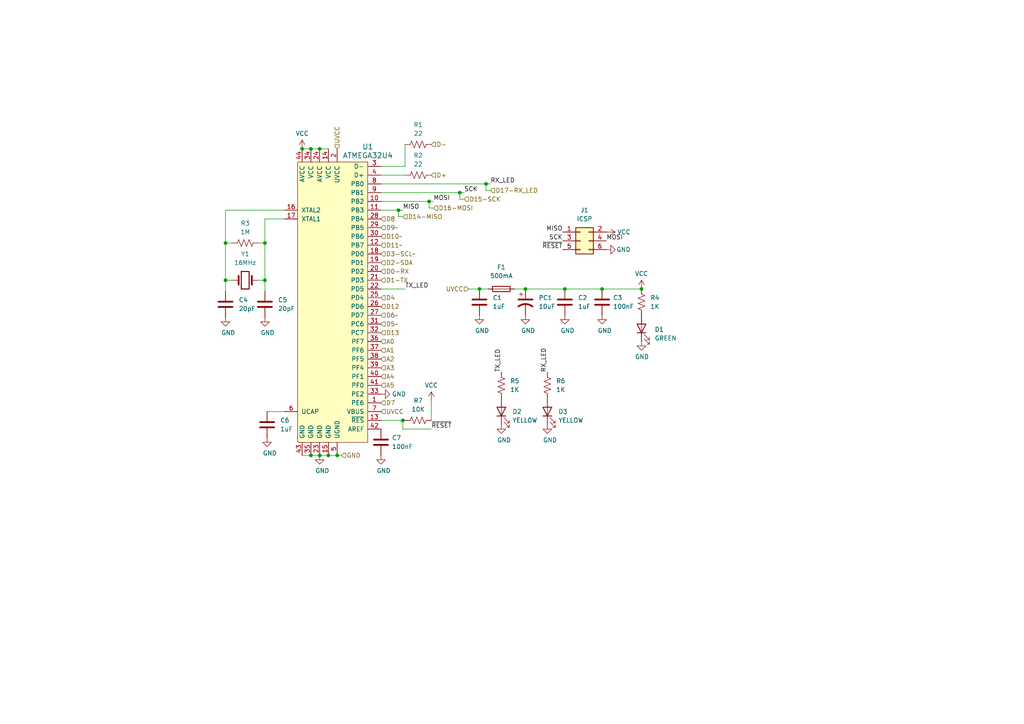
<source format=kicad_sch>
(kicad_sch (version 20230121) (generator eeschema)
  (paper "A4")
  (lib_symbols
    (symbol "Connector_Generic:Conn_02x03_Odd_Even" (pin_names (offset 1.016) hide)
      (property "Reference" "J" (at 1.27 5.08 0))
      (property "Value" "Conn_02x03_Odd_Even" (at 1.27 -5.08 0))
      (symbol "Conn_02x03_Odd_Even_1_1"
        (rectangle (start -1.27 -2.413) (end 0 -2.667) (stroke (width 0.1524)))
        (rectangle (start -1.27 0.127) (end 0 -0.127) (stroke (width 0.1524)))
        (rectangle (start -1.27 2.667) (end 0 2.413) (stroke (width 0.1524)))
        (rectangle (start -1.27 3.81) (end 3.81 -3.81) (stroke (width 0.254)) (fill (type background)))
        (rectangle (start 3.81 -2.413) (end 2.54 -2.667) (stroke (width 0.1524)))
        (rectangle (start 3.81 0.127) (end 2.54 -0.127) (stroke (width 0.1524)))
        (rectangle (start 3.81 2.667) (end 2.54 2.413) (stroke (width 0.1524)))
        (pin passive line (at -5.08 2.54 0) (length 3.81) (name "Pin_1") (number "1"))
        (pin passive line (at 7.62 2.54 180) (length 3.81) (name "Pin_2") (number "2"))
        (pin passive line (at -5.08 0 0) (length 3.81) (name "Pin_3") (number "3"))
        (pin passive line (at 7.62 0 180) (length 3.81) (name "Pin_4") (number "4"))
        (pin passive line (at -5.08 -2.54 0) (length 3.81) (name "Pin_5") (number "5"))
        (pin passive line (at 7.62 -2.54 180) (length 3.81) (name "Pin_6") (number "6"))
      )
    )
    (symbol "Device:C" (pin_numbers hide) (pin_names (offset 0.254))
      (property "Reference" "C" (at 0.635 2.54 0))
      (property "Value" "C" (at 0.635 -2.54 0))
      (symbol "C_0_1"
        (polyline (pts (xy -2.032 -0.762) (xy 2.032 -0.762)) (stroke (width 0.508)))
        (polyline (pts (xy -2.032 0.762) (xy 2.032 0.762)) (stroke (width 0.508)))
      )
      (symbol "C_1_1"
        (pin passive line (at 0 3.81 270) (length 2.794) (name "~") (number "1"))
        (pin passive line (at 0 -3.81 90) (length 2.794) (name "~") (number "2"))
      )
    )
    (symbol "Device:C_Polarized_US" (pin_numbers hide) (pin_names (offset 0.254) hide)
      (property "Reference" "C" (at 0.635 2.54 0))
      (property "Value" "C_Polarized_US" (at 0.635 -2.54 0))
      (symbol "C_Polarized_US_0_1"
        (polyline (pts (xy -2.032 0.762) (xy 2.032 0.762)) (stroke (width 0.508)))
        (polyline (pts (xy -1.778 2.286) (xy -0.762 2.286)))
        (polyline (pts (xy -1.27 1.778) (xy -1.27 2.794)))
        (arc (start 2.032 -1.27) (mid 0 -0.5572) (end -2.032 -1.27) (stroke (width 0.508)))
      )
      (symbol "C_Polarized_US_1_1"
        (pin passive line (at 0 3.81 270) (length 2.794) (name "~") (number "1"))
        (pin passive line (at 0 -3.81 90) (length 3.302) (name "~") (number "2"))
      )
    )
    (symbol "Device:Crystal" (pin_numbers hide) (pin_names (offset 1.016) hide)
      (property "Reference" "Y" (at 0 3.81 0))
      (property "Value" "Crystal" (at 0 -3.81 0))
      (symbol "Crystal_0_1"
        (rectangle (start -1.143 2.54) (end 1.143 -2.54) (stroke (width 0.3048)))
        (polyline (pts (xy -2.54 0) (xy -1.905 0)))
        (polyline (pts (xy -1.905 -1.27) (xy -1.905 1.27)) (stroke (width 0.508)))
        (polyline (pts (xy 1.905 -1.27) (xy 1.905 1.27)) (stroke (width 0.508)))
        (polyline (pts (xy 2.54 0) (xy 1.905 0)))
      )
      (symbol "Crystal_1_1"
        (pin passive line (at -3.81 0 0) (length 1.27) (name "1") (number "1"))
        (pin passive line (at 3.81 0 180) (length 1.27) (name "2") (number "2"))
      )
    )
    (symbol "Device:Fuse" (pin_numbers hide) (pin_names (offset 0))
      (property "Reference" "F" (at 2.032 0 90))
      (property "Value" "Fuse" (at -1.905 0 90))
      (symbol "Fuse_0_1"
        (rectangle (start -0.762 -2.54) (end 0.762 2.54) (stroke (width 0.254)))
        (polyline (pts (xy 0 2.54) (xy 0 -2.54)))
      )
      (symbol "Fuse_1_1"
        (pin passive line (at 0 3.81 270) (length 1.27) (name "~") (number "1"))
        (pin passive line (at 0 -3.81 90) (length 1.27) (name "~") (number "2"))
      )
    )
    (symbol "Device:LED" (pin_numbers hide) (pin_names (offset 1.016) hide)
      (property "Reference" "D" (at 0 2.54 0))
      (property "Value" "LED" (at 0 -2.54 0))
      (symbol "LED_0_1"
        (polyline (pts (xy -1.27 -1.27) (xy -1.27 1.27)) (stroke (width 0.254)))
        (polyline (pts (xy -1.27 0) (xy 1.27 0)))
        (polyline (pts (xy 1.27 -1.27) (xy 1.27 1.27) (xy -1.27 0) (xy 1.27 -1.27)) (stroke (width 0.254)))
        (polyline (pts (xy -3.048 -0.762) (xy -4.572 -2.286) (xy -3.81 -2.286) (xy -4.572 -2.286) (xy -4.572 -1.524)))
        (polyline (pts (xy -1.778 -0.762) (xy -3.302 -2.286) (xy -2.54 -2.286) (xy -3.302 -2.286) (xy -3.302 -1.524)))
      )
      (symbol "LED_1_1"
        (pin passive line (at -3.81 0 0) (length 2.54) (name "K") (number "1"))
        (pin passive line (at 3.81 0 180) (length 2.54) (name "A") (number "2"))
      )
    )
    (symbol "Device:R_US" (pin_numbers hide) (pin_names (offset 0))
      (property "Reference" "R" (at 2.54 0 90))
      (property "Value" "R_US" (at -2.54 0 90))
      (symbol "R_US_0_1"
        (polyline (pts (xy 0 -2.286) (xy 0 -2.54)))
        (polyline (pts (xy 0 2.286) (xy 0 2.54)))
        (polyline (pts (xy 0 -0.762) (xy 1.016 -1.143) (xy 0 -1.524) (xy -1.016 -1.905) (xy 0 -2.286)))
        (polyline (pts (xy 0 0.762) (xy 1.016 0.381) (xy 0 0) (xy -1.016 -0.381) (xy 0 -0.762)))
        (polyline (pts (xy 0 2.286) (xy 1.016 1.905) (xy 0 1.524) (xy -1.016 1.143) (xy 0 0.762)))
      )
      (symbol "R_US_1_1"
        (pin passive line (at 0 3.81 270) (length 1.27) (name "~") (number "1"))
        (pin passive line (at 0 -3.81 90) (length 1.27) (name "~") (number "2"))
      )
    )
    (symbol "dk_Embedded-Microcontrollers:ATMEGA32U4-AU" (pin_names (offset 1.016))
      (property "Reference" "U?" (at 10.795 38.735 0))
      (property "Value" "ATMEGA32U4" (at 10.795 36.195 0))
      (symbol "ATMEGA32U4-AU_0_1"
        (rectangle (start -11.43 34.29) (end 8.89 -46.99) (fill (type background)))
      )
      (symbol "ATMEGA32U4-AU_1_1"
        (pin bidirectional line (at -15.24 -35.56 0) (length 3.81) (name "PE6") (number "1"))
        (pin bidirectional line (at -15.24 22.86 0) (length 3.81) (name "PB2") (number "10"))
        (pin bidirectional line (at -15.24 20.32 0) (length 3.81) (name "PB3") (number "11"))
        (pin bidirectional line (at -15.24 10.16 0) (length 3.81) (name "PB7") (number "12"))
        (pin input line (at -15.24 -40.64 0) (length 3.81) (name "~{RES}") (number "13"))
        (pin power_in line (at 0 38.1 270) (length 3.81) (name "VCC") (number "14"))
        (pin power_in line (at 0 -50.8 90) (length 3.81) (name "GND") (number "15"))
        (pin output line (at 12.7 20.32 180) (length 3.81) (name "XTAL2") (number "16"))
        (pin input line (at 12.7 17.78 180) (length 3.81) (name "XTAL1") (number "17"))
        (pin bidirectional line (at -15.24 7.62 0) (length 3.81) (name "PD0") (number "18"))
        (pin bidirectional line (at -15.24 5.08 0) (length 3.81) (name "PD1") (number "19"))
        (pin power_in line (at -2.54 38.1 270) (length 3.81) (name "UVCC") (number "2"))
        (pin bidirectional line (at -15.24 2.54 0) (length 3.81) (name "PD2") (number "20"))
        (pin bidirectional line (at -15.24 0 0) (length 3.81) (name "PD3") (number "21"))
        (pin bidirectional line (at -15.24 -2.54 0) (length 3.81) (name "PD5") (number "22"))
        (pin power_in line (at 2.54 -50.8 90) (length 3.81) (name "GND") (number "23"))
        (pin power_in line (at 2.54 38.1 270) (length 3.81) (name "AVCC") (number "24"))
        (pin bidirectional line (at -15.24 -5.08 0) (length 3.81) (name "PD4") (number "25"))
        (pin bidirectional line (at -15.24 -7.62 0) (length 3.81) (name "PD6") (number "26"))
        (pin bidirectional line (at -15.24 -10.16 0) (length 3.81) (name "PD7") (number "27"))
        (pin bidirectional line (at -15.24 17.78 0) (length 3.81) (name "PB4") (number "28"))
        (pin bidirectional line (at -15.24 15.24 0) (length 3.81) (name "PB5") (number "29"))
        (pin bidirectional line (at -15.24 33.02 0) (length 3.81) (name "D-") (number "3"))
        (pin bidirectional line (at -15.24 12.7 0) (length 3.81) (name "PB6") (number "30"))
        (pin bidirectional line (at -15.24 -12.7 0) (length 3.81) (name "PC6") (number "31"))
        (pin bidirectional line (at -15.24 -15.24 0) (length 3.81) (name "PC7") (number "32"))
        (pin bidirectional line (at -15.24 -33.02 0) (length 3.81) (name "PE2") (number "33"))
        (pin power_in line (at 5.08 38.1 270) (length 3.81) (name "VCC") (number "34"))
        (pin power_in line (at 5.08 -50.8 90) (length 3.81) (name "GND") (number "35"))
        (pin bidirectional line (at -15.24 -17.78 0) (length 3.81) (name "PF7") (number "36"))
        (pin bidirectional line (at -15.24 -20.32 0) (length 3.81) (name "PF6") (number "37"))
        (pin bidirectional line (at -15.24 -22.86 0) (length 3.81) (name "PF5") (number "38"))
        (pin bidirectional line (at -15.24 -25.4 0) (length 3.81) (name "PF4") (number "39"))
        (pin bidirectional line (at -15.24 30.48 0) (length 3.81) (name "D+") (number "4"))
        (pin bidirectional line (at -15.24 -27.94 0) (length 3.81) (name "PF1") (number "40"))
        (pin bidirectional line (at -15.24 -30.48 0) (length 3.81) (name "PF0") (number "41"))
        (pin input line (at -15.24 -43.18 0) (length 3.81) (name "AREF") (number "42"))
        (pin power_in line (at 7.62 -50.8 90) (length 3.81) (name "GND") (number "43"))
        (pin power_in line (at 7.62 38.1 270) (length 3.81) (name "AVCC") (number "44"))
        (pin power_in line (at -2.54 -50.8 90) (length 3.81) (name "UGND") (number "5"))
        (pin unspecified line (at 12.7 -38.1 180) (length 3.81) (name "UCAP") (number "6"))
        (pin input line (at -15.24 -38.1 0) (length 3.81) (name "VBUS") (number "7"))
        (pin bidirectional line (at -15.24 27.94 0) (length 3.81) (name "PB0") (number "8"))
        (pin bidirectional line (at -15.24 25.4 0) (length 3.81) (name "PB1") (number "9"))
      )
    )
    (symbol "power:GND" (power) (pin_names (offset 0))
      (property "Value" "GND" (at 0 -3.81 0))
      (symbol "GND_0_1"
        (polyline (pts (xy 0 0) (xy 0 -1.27) (xy 1.27 -1.27) (xy 0 -2.54) (xy -1.27 -1.27) (xy 0 -1.27)))
      )
      (symbol "GND_1_1"
        (pin power_in line (at 0 0 270) (length 0) hide (name "GND") (number "1"))
      )
    )
    (symbol "power:VCC" (power) (pin_names (offset 0))
      (property "Value" "VCC" (at 0 3.81 0))
      (symbol "VCC_0_1"
        (polyline (pts (xy -0.762 1.27) (xy 0 2.54)))
        (polyline (pts (xy 0 0) (xy 0 2.54)))
        (polyline (pts (xy 0 2.54) (xy 0.762 1.27)))
      )
      (symbol "VCC_1_1"
        (pin power_in line (at 0 0 90) (length 0) hide (name "VCC") (number "1"))
      )
    )
  )
  (junction (at 116.84 121.92))
  (junction (at 152.4 83.82))
  (junction (at 140.97 53.34))
  (junction (at 97.79 132.08))
  (junction (at 90.17 132.08))
  (junction (at 65.405 70.485))
  (junction (at 139.065 83.82))
  (junction (at 90.17 43.18))
  (junction (at 133.35 55.88))
  (junction (at 95.25 132.08))
  (junction (at 174.625 83.82))
  (junction (at 76.835 81.28))
  (junction (at 124.46 58.42))
  (junction (at 65.405 81.28))
  (junction (at 92.71 43.18))
  (junction (at 87.63 43.18))
  (junction (at 186.055 83.82))
  (junction (at 115.57 60.96))
  (junction (at 92.71 132.08))
  (junction (at 76.835 70.485))
  (junction (at 163.83 83.82))
  (wire (pts (xy 87.63 43.18) (xy 90.17 43.18)))
  (wire (pts (xy 140.97 53.34) (xy 142.24 53.34)))
  (wire (pts (xy 117.475 41.91) (xy 117.475 48.26)))
  (wire (pts (xy 92.71 43.18) (xy 95.25 43.18)))
  (wire (pts (xy 110.49 50.8) (xy 117.475 50.8)))
  (wire (pts (xy 125.095 124.46) (xy 116.84 124.46)))
  (wire (pts (xy 65.405 70.485) (xy 65.405 81.28)))
  (wire (pts (xy 125.095 116.205) (xy 125.095 121.92)))
  (wire (pts (xy 115.57 62.865) (xy 115.57 60.96)))
  (wire (pts (xy 124.46 58.42) (xy 125.73 58.42)))
  (wire (pts (xy 152.4 83.82) (xy 163.83 83.82)))
  (wire (pts (xy 76.835 70.485) (xy 76.835 81.28)))
  (wire (pts (xy 110.49 55.88) (xy 133.35 55.88)))
  (wire (pts (xy 110.49 58.42) (xy 124.46 58.42)))
  (wire (pts (xy 92.71 132.08) (xy 95.25 132.08)))
  (wire (pts (xy 65.405 60.96) (xy 65.405 70.485)))
  (wire (pts (xy 67.31 70.485) (xy 65.405 70.485)))
  (wire (pts (xy 116.84 124.46) (xy 116.84 121.92)))
  (wire (pts (xy 110.49 48.26) (xy 117.475 48.26)))
  (wire (pts (xy 90.17 43.18) (xy 92.71 43.18)))
  (wire (pts (xy 97.79 132.08) (xy 99.06 132.08)))
  (wire (pts (xy 140.97 53.34) (xy 140.97 55.245)))
  (wire (pts (xy 135.89 83.82) (xy 139.065 83.82)))
  (wire (pts (xy 76.835 63.5) (xy 82.55 63.5)))
  (wire (pts (xy 74.93 70.485) (xy 76.835 70.485)))
  (wire (pts (xy 117.475 83.82) (xy 110.49 83.82)))
  (wire (pts (xy 67.31 81.28) (xy 65.405 81.28)))
  (wire (pts (xy 125.73 60.325) (xy 124.46 60.325)))
  (wire (pts (xy 116.84 62.865) (xy 115.57 62.865)))
  (wire (pts (xy 65.405 81.28) (xy 65.405 84.455)))
  (wire (pts (xy 95.25 132.08) (xy 97.79 132.08)))
  (wire (pts (xy 124.46 60.325) (xy 124.46 58.42)))
  (wire (pts (xy 134.62 55.88) (xy 133.35 55.88)))
  (wire (pts (xy 174.625 83.82) (xy 186.055 83.82)))
  (wire (pts (xy 76.835 70.485) (xy 76.835 63.5)))
  (wire (pts (xy 110.49 121.92) (xy 116.84 121.92)))
  (wire (pts (xy 115.57 60.96) (xy 116.84 60.96)))
  (wire (pts (xy 87.63 132.08) (xy 90.17 132.08)))
  (wire (pts (xy 142.24 55.245) (xy 140.97 55.245)))
  (wire (pts (xy 82.55 60.96) (xy 65.405 60.96)))
  (wire (pts (xy 149.225 83.82) (xy 152.4 83.82)))
  (wire (pts (xy 77.47 119.38) (xy 82.55 119.38)))
  (wire (pts (xy 134.62 57.785) (xy 133.35 57.785)))
  (wire (pts (xy 133.35 55.88) (xy 133.35 57.785)))
  (wire (pts (xy 90.17 132.08) (xy 92.71 132.08)))
  (wire (pts (xy 116.84 121.92) (xy 117.475 121.92)))
  (wire (pts (xy 110.49 53.34) (xy 140.97 53.34)))
  (wire (pts (xy 139.065 83.82) (xy 141.605 83.82)))
  (wire (pts (xy 76.835 81.28) (xy 76.835 84.455)))
  (wire (pts (xy 74.93 81.28) (xy 76.835 81.28)))
  (wire (pts (xy 110.49 60.96) (xy 115.57 60.96)))
  (wire (pts (xy 163.83 83.82) (xy 174.625 83.82)))
  (label "~{RESET}" (at 163.195 72.39 180))
  (label "MISO" (at 163.195 67.31 180))
  (label "TX_LED" (at 145.415 107.95 90) (property "Intersheetrefs" "${INTERSHEET_REFS}" (effects hide)))
  (label "MISO" (at 116.84 60.96 0))
  (label "MOSI" (at 125.73 58.42 0))
  (label "RX_LED" (at 158.75 107.95 90) (property "Intersheetrefs" "${INTERSHEET_REFS}" (effects hide)))
  (label "TX_LED" (at 117.475 83.82 0) (property "Intersheetrefs" "${INTERSHEET_REFS}" (effects hide)))
  (label "SCK" (at 163.195 69.85 180))
  (label "SCK" (at 134.62 55.88 0))
  (label "RX_LED" (at 142.24 53.34 0) (property "Intersheetrefs" "${INTERSHEET_REFS}" (effects hide)))
  (label "MOSI" (at 175.895 69.85 0))
  (label "~{RESET}" (at 125.095 124.46 0))
  (hierarchical_label "D12" (shape input) (at 110.49 88.9 0))
  (hierarchical_label "D+" (shape input) (at 125.095 50.8 0))
  (hierarchical_label "A3" (shape input) (at 110.49 106.68 0))
  (hierarchical_label "A1" (shape input) (at 110.49 101.6 0))
  (hierarchical_label "D11~" (shape input) (at 110.49 71.12 0))
  (hierarchical_label "D16-MOSI" (shape input) (at 125.73 60.325 0))
  (hierarchical_label "UVCC" (shape input) (at 97.79 43.18 90))
  (hierarchical_label "A4" (shape input) (at 110.49 109.22 0))
  (hierarchical_label "D-" (shape input) (at 125.095 41.91 0))
  (hierarchical_label "UVCC" (shape input) (at 135.89 83.82 180))
  (hierarchical_label "D9~" (shape input) (at 110.49 66.04 0))
  (hierarchical_label "D7" (shape input) (at 110.49 116.84 0))
  (hierarchical_label "D15-SCK" (shape input) (at 134.62 57.785 0))
  (hierarchical_label "D6~" (shape input) (at 110.49 91.44 0))
  (hierarchical_label "D4" (shape input) (at 110.49 86.36 0))
  (hierarchical_label "D8" (shape input) (at 110.49 63.5 0))
  (hierarchical_label "A5" (shape input) (at 110.49 111.76 0))
  (hierarchical_label "A2" (shape input) (at 110.49 104.14 0))
  (hierarchical_label "GND" (shape input) (at 99.06 132.08 0))
  (hierarchical_label "D14-MISO" (shape input) (at 116.84 62.865 0))
  (hierarchical_label "D5~" (shape input) (at 110.49 93.98 0))
  (hierarchical_label "D0-RX" (shape input) (at 110.49 78.74 0))
  (hierarchical_label "D13" (shape input) (at 110.49 96.52 0))
  (hierarchical_label "D3-SCL~" (shape input) (at 110.49 73.66 0))
  (hierarchical_label "UVCC" (shape input) (at 110.49 119.38 0))
  (hierarchical_label "A0" (shape input) (at 110.49 99.06 0))
  (hierarchical_label "D2-SDA" (shape input) (at 110.49 76.2 0))
  (hierarchical_label "D1-TX" (shape input) (at 110.49 81.28 0))
  (hierarchical_label "D17-RX_LED" (shape input) (at 142.24 55.245 0))
  (hierarchical_label "D10~" (shape input) (at 110.49 68.58 0))
  (symbol (lib_id "power:GND") (at 158.75 123.19 0) (unit 1)
    (property "Reference" "#PWR015" (effects hide))
    (property "Value" "GND" (at 157.48 127.635 0) (effects (justify left)))
  )
  (symbol (lib_id "Device:C_Polarized_US") (at 152.4 87.63 0) (unit 1)
    (property "Reference" "PC1" (at 156.21 86.36 0) (effects (justify left)))
    (property "Value" "10uF" (at 156.21 88.9 0) (effects (justify left)))
  )
  (symbol (lib_id "Device:C") (at 77.47 123.19 0) (unit 1)
    (property "Reference" "C6" (at 81.28 121.9199 0) (effects (justify left)))
    (property "Value" "1uF" (at 81.28 124.4599 0) (effects (justify left)))
  )
  (symbol (lib_id "power:GND") (at 152.4 91.44 0) (unit 1)
    (property "Reference" "#PWR06" (effects hide))
    (property "Value" "GND" (at 151.13 95.885 0) (effects (justify left)))
  )
  (symbol (lib_id "Device:R_US") (at 121.285 41.91 90) (unit 1)
    (property "Reference" "R1" (at 121.285 36.195 90))
    (property "Value" "22" (at 121.285 38.735 90))
  )
  (symbol (lib_id "Device:R_US") (at 158.75 111.76 180) (unit 1)
    (property "Reference" "R6" (at 161.29 110.4899 0) (effects (justify right)))
    (property "Value" "1K" (at 161.29 113.0299 0) (effects (justify right)))
  )
  (symbol (lib_id "Device:C") (at 76.835 88.265 0) (unit 1)
    (property "Reference" "C5" (at 80.645 86.9949 0) (effects (justify left)))
    (property "Value" "20pF" (at 80.645 89.5349 0) (effects (justify left)))
  )
  (symbol (lib_id "Device:C") (at 174.625 87.63 0) (unit 1)
    (property "Reference" "C3" (at 177.8 86.3599 0) (effects (justify left)))
    (property "Value" "100nF" (at 177.8 88.8999 0) (effects (justify left)))
  )
  (symbol (lib_id "power:GND") (at 174.625 91.44 0) (unit 1)
    (property "Reference" "#PWR08" (effects hide))
    (property "Value" "GND" (at 173.355 95.885 0) (effects (justify left)))
  )
  (symbol (lib_id "Device:R_US") (at 145.415 111.76 180) (unit 1)
    (property "Reference" "R5" (at 147.955 110.4899 0) (effects (justify right)))
    (property "Value" "1K" (at 147.955 113.0299 0) (effects (justify right)))
  )
  (symbol (lib_id "power:VCC") (at 87.63 43.18 0) (unit 1)
    (property "Reference" "#PWR01" (effects hide))
    (property "Value" "VCC" (at 87.63 38.735 0))
  )
  (symbol (lib_id "power:GND") (at 186.055 99.06 0) (unit 1)
    (property "Reference" "#PWR011" (effects hide))
    (property "Value" "GND" (at 184.15 103.505 0) (effects (justify left)))
  )
  (symbol (lib_id "power:GND") (at 77.47 127 0) (unit 1)
    (property "Reference" "#PWR016" (effects hide))
    (property "Value" "GND" (at 76.2 131.445 0) (effects (justify left)))
  )
  (symbol (lib_id "Device:LED") (at 158.75 119.38 90) (unit 1)
    (property "Reference" "D3" (at 161.925 119.38 90) (effects (justify right)))
    (property "Value" "YELLOW" (at 161.925 121.92 90) (effects (justify right)))
  )
  (symbol (lib_id "power:VCC") (at 186.055 83.82 0) (unit 1)
    (property "Reference" "#PWR04" (effects hide))
    (property "Value" "VCC" (at 186.055 79.375 0))
  )
  (symbol (lib_id "power:GND") (at 139.065 91.44 0) (unit 1)
    (property "Reference" "#PWR05" (effects hide))
    (property "Value" "GND" (at 137.795 95.885 0) (effects (justify left)))
  )
  (symbol (lib_id "power:GND") (at 92.71 132.08 0) (unit 1)
    (property "Reference" "#PWR017" (effects hide))
    (property "Value" "GND" (at 91.44 136.525 0) (effects (justify left)))
  )
  (symbol (lib_id "Connector_Generic:Conn_02x03_Odd_Even") (at 168.275 69.85 0) (unit 1)
    (property "Reference" "J1" (at 169.545 60.96 0))
    (property "Value" "ICSP" (at 169.545 63.5 0))
  )
  (symbol (lib_id "power:GND") (at 175.895 72.39 90) (unit 1)
    (property "Reference" "#PWR03" (effects hide))
    (property "Value" "GND" (at 182.88 72.39 90) (effects (justify left)))
  )
  (symbol (lib_id "Device:R_US") (at 71.12 70.485 90) (unit 1)
    (property "Reference" "R3" (at 71.12 64.77 90))
    (property "Value" "1M" (at 71.12 67.31 90))
  )
  (symbol (lib_id "power:GND") (at 65.405 92.075 0) (unit 1)
    (property "Reference" "#PWR09" (effects hide))
    (property "Value" "GND" (at 64.135 96.52 0) (effects (justify left)))
  )
  (symbol (lib_id "power:VCC") (at 175.895 67.31 270) (unit 1)
    (property "Reference" "#PWR02" (effects hide))
    (property "Value" "VCC" (at 180.975 67.31 90))
  )
  (symbol (lib_id "Device:Crystal") (at 71.12 81.28 0) (unit 1)
    (property "Reference" "Y1" (at 71.12 73.66 0))
    (property "Value" "16MHz" (at 71.12 76.2 0))
  )
  (symbol (lib_id "Device:C") (at 139.065 87.63 0) (unit 1)
    (property "Reference" "C1" (at 142.875 86.3599 0) (effects (justify left)))
    (property "Value" "1uF" (at 142.875 88.8999 0) (effects (justify left)))
  )
  (symbol (lib_id "dk_Embedded-Microcontrollers:ATMEGA32U4-AU") (at 95.25 81.28 0) (mirror y) (unit 1)
    (property "Reference" "U1" (at 106.68 42.545 0) (effects (font (size 1.524 1.524))))
    (property "Value" "ATMEGA32U4" (at 106.68 45.085 0) (effects (font (size 1.524 1.524))))
    (property "Footprint" "digikey-footprints:TQFP-44_10x10mm" (effects hide))
    (property "Datasheet" "http://ww1.microchip.com/downloads/en/DeviceDoc/Atmel-7766-8-bit-AVR-ATmega16U4-32U4_Summary.pdf" (effects hide))
    (property "Digi-Key_PN" "ATMEGA32U4-AU-ND" (effects hide))
    (property "MPN" "ATMEGA32U4-AU" (effects hide))
    (property "Category" "Integrated Circuits (ICs)" (effects hide))
    (property "Family" "Embedded - Microcontrollers" (effects hide))
    (property "DK_Datasheet_Link" "http://ww1.microchip.com/downloads/en/DeviceDoc/Atmel-7766-8-bit-AVR-ATmega16U4-32U4_Summary.pdf" (effects hide))
    (property "DK_Detail_Page" "/product-detail/en/microchip-technology/ATMEGA32U4-AU/ATMEGA32U4-AU-ND/1914602" (effects hide))
    (property "Description" "IC MCU 8BIT 32KB FLASH 44TQFP" (effects hide))
    (property "Manufacturer" "Microchip Technology" (effects hide))
    (property "Status" "Active" (effects hide))
  )
  (symbol (lib_id "power:GND") (at 163.83 91.44 0) (unit 1)
    (property "Reference" "#PWR07" (effects hide))
    (property "Value" "GND" (at 162.56 95.885 0) (effects (justify left)))
  )
  (symbol (lib_id "Device:C") (at 65.405 88.265 0) (unit 1)
    (property "Reference" "C4" (at 69.215 86.9949 0) (effects (justify left)))
    (property "Value" "20pF" (at 69.215 89.5349 0) (effects (justify left)))
  )
  (symbol (lib_id "Device:C") (at 163.83 87.63 0) (unit 1)
    (property "Reference" "C2" (at 167.64 86.3599 0) (effects (justify left)))
    (property "Value" "1uF" (at 167.64 88.8999 0) (effects (justify left)))
  )
  (symbol (lib_id "power:GND") (at 110.49 114.3 90) (unit 1)
    (property "Reference" "#PWR012" (effects hide))
    (property "Value" "GND" (at 113.665 114.2999 90) (effects (justify right)))
  )
  (symbol (lib_id "Device:R_US") (at 186.055 87.63 180) (unit 1)
    (property "Reference" "R4" (at 188.595 86.3599 0) (effects (justify right)))
    (property "Value" "1K" (at 188.595 88.8999 0) (effects (justify right)))
  )
  (symbol (lib_id "Device:R_US") (at 121.285 50.8 90) (unit 1)
    (property "Reference" "R2" (at 121.285 45.085 90))
    (property "Value" "22" (at 121.285 47.625 90))
  )
  (symbol (lib_id "Device:Fuse") (at 145.415 83.82 90) (unit 1)
    (property "Reference" "F1" (at 145.415 77.47 90))
    (property "Value" "500mA" (at 145.415 80.01 90))
  )
  (symbol (lib_id "power:GND") (at 145.415 123.19 0) (unit 1)
    (property "Reference" "#PWR014" (effects hide))
    (property "Value" "GND" (at 144.145 127.635 0) (effects (justify left)))
  )
  (symbol (lib_id "power:VCC") (at 125.095 116.205 0) (unit 1)
    (property "Reference" "#PWR013" (effects hide))
    (property "Value" "VCC" (at 125.095 111.76 0))
  )
  (symbol (lib_id "Device:LED") (at 186.055 95.25 90) (unit 1)
    (property "Reference" "D1" (at 189.865 95.5674 90) (effects (justify right)))
    (property "Value" "GREEN" (at 189.865 98.1074 90) (effects (justify right)))
  )
  (symbol (lib_id "Device:R_US") (at 121.285 121.92 90) (unit 1)
    (property "Reference" "R7" (at 121.285 116.205 90))
    (property "Value" "10K" (at 121.285 118.745 90))
  )
  (symbol (lib_id "power:GND") (at 110.49 132.08 0) (unit 1)
    (property "Reference" "#PWR018" (effects hide))
    (property "Value" "GND" (at 109.22 136.525 0) (effects (justify left)))
  )
  (symbol (lib_id "Device:C") (at 110.49 128.27 0) (unit 1)
    (property "Reference" "C7" (at 113.665 126.9999 0) (effects (justify left)))
    (property "Value" "100nF" (at 113.665 129.5399 0) (effects (justify left)))
  )
  (symbol (lib_id "power:GND") (at 76.835 92.075 0) (unit 1)
    (property "Reference" "#PWR010" (effects hide))
    (property "Value" "GND" (at 75.565 96.52 0) (effects (justify left)))
  )
  (symbol (lib_id "Device:LED") (at 145.415 119.38 90) (unit 1)
    (property "Reference" "D2" (at 148.59 119.38 90) (effects (justify right)))
    (property "Value" "YELLOW" (at 148.59 121.92 90) (effects (justify right)))
  )
)
</source>
